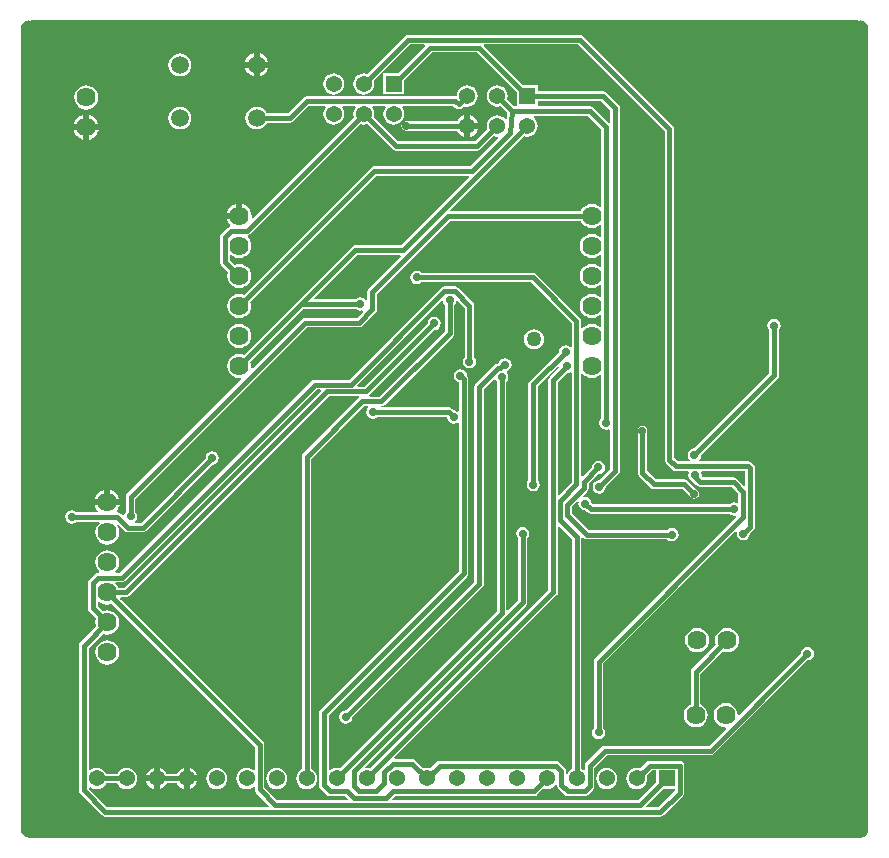
<source format=gbl>
G04*
G04 #@! TF.GenerationSoftware,Altium Limited,Altium Designer,22.0.2 (36)*
G04*
G04 Layer_Physical_Order=2*
G04 Layer_Color=16711680*
%FSLAX25Y25*%
%MOIN*%
G70*
G04*
G04 #@! TF.SameCoordinates,531B55E9-8988-4262-B8BE-2375E0DFDCCA*
G04*
G04*
G04 #@! TF.FilePolarity,Positive*
G04*
G01*
G75*
%ADD48C,0.01500*%
%ADD49C,0.06378*%
%ADD50C,0.05906*%
%ADD51R,0.05394X0.05394*%
%ADD52C,0.05394*%
%ADD53C,0.15000*%
%ADD54C,0.02800*%
%ADD55C,0.05000*%
G36*
X281561Y273473D02*
X282213Y273203D01*
X282773Y272773D01*
X283203Y272213D01*
X283473Y271561D01*
X283545Y271014D01*
X283521Y270528D01*
X283521Y270528D01*
X283535Y270053D01*
X283535Y269876D01*
Y4846D01*
X283535Y4669D01*
X283521Y4194D01*
X283521Y4194D01*
X283545Y3708D01*
X283473Y3161D01*
X283203Y2509D01*
X282773Y1949D01*
X282213Y1519D01*
X281561Y1249D01*
X281014Y1177D01*
X280528Y1201D01*
X280528Y1200D01*
X280053Y1186D01*
X279876Y1186D01*
X4846D01*
X4669Y1186D01*
X4194Y1200D01*
X4194Y1200D01*
X3708Y1177D01*
X3161Y1249D01*
X2509Y1519D01*
X1949Y1949D01*
X1519Y2509D01*
X1249Y3161D01*
X1177Y3708D01*
X1200Y4194D01*
X1200Y4194D01*
X1186Y4669D01*
X1186Y4846D01*
Y269876D01*
X1186Y270053D01*
X1200Y270528D01*
X1200Y270528D01*
X1177Y271014D01*
X1249Y271561D01*
X1519Y272213D01*
X1949Y272773D01*
X2509Y273203D01*
X3161Y273473D01*
X3708Y273545D01*
X4194Y273521D01*
X4194Y273521D01*
X4669Y273535D01*
X4846Y273535D01*
X279876D01*
X280053Y273535D01*
X280528Y273521D01*
X280528Y273521D01*
X281014Y273545D01*
X281561Y273473D01*
D02*
G37*
%LPC*%
G36*
X80656Y262602D02*
Y259747D01*
X83511D01*
X83507Y259779D01*
X83109Y260740D01*
X82475Y261566D01*
X81650Y262199D01*
X80688Y262598D01*
X80656Y262602D01*
D02*
G37*
G36*
X78656D02*
X78624Y262598D01*
X77663Y262199D01*
X76837Y261566D01*
X76203Y260740D01*
X75805Y259779D01*
X75801Y259747D01*
X78656D01*
Y262602D01*
D02*
G37*
G36*
X54066Y262532D02*
X53086Y262403D01*
X52173Y262025D01*
X51389Y261423D01*
X50788Y260639D01*
X50410Y259726D01*
X50281Y258747D01*
X50410Y257767D01*
X50788Y256854D01*
X51389Y256070D01*
X52173Y255469D01*
X53086Y255090D01*
X54066Y254962D01*
X55045Y255090D01*
X55958Y255469D01*
X56742Y256070D01*
X57344Y256854D01*
X57722Y257767D01*
X57851Y258747D01*
X57722Y259726D01*
X57344Y260639D01*
X56742Y261423D01*
X55958Y262025D01*
X55045Y262403D01*
X54066Y262532D01*
D02*
G37*
G36*
X83511Y257747D02*
X80656D01*
Y254891D01*
X80688Y254896D01*
X81650Y255294D01*
X82475Y255928D01*
X83109Y256753D01*
X83507Y257715D01*
X83511Y257747D01*
D02*
G37*
G36*
X78656D02*
X75801D01*
X75805Y257715D01*
X76203Y256753D01*
X76837Y255928D01*
X77663Y255294D01*
X78624Y254896D01*
X78656Y254891D01*
Y257747D01*
D02*
G37*
G36*
X105361Y255915D02*
X104448Y255795D01*
X103597Y255443D01*
X102867Y254883D01*
X102306Y254152D01*
X101954Y253301D01*
X101834Y252389D01*
X101954Y251476D01*
X102306Y250625D01*
X102867Y249894D01*
X103597Y249334D01*
X104448Y248982D01*
X105361Y248862D01*
X106274Y248982D01*
X107124Y249334D01*
X107855Y249894D01*
X108415Y250625D01*
X108768Y251476D01*
X108888Y252389D01*
X108768Y253301D01*
X108415Y254152D01*
X107855Y254883D01*
X107124Y255443D01*
X106274Y255795D01*
X105361Y255915D01*
D02*
G37*
G36*
X187461Y268741D02*
X130133D01*
X129528Y268621D01*
X129016Y268278D01*
X116457Y255719D01*
X116274Y255795D01*
X115361Y255915D01*
X114448Y255795D01*
X113597Y255443D01*
X112867Y254883D01*
X112306Y254152D01*
X111954Y253301D01*
X111834Y252389D01*
X111954Y251476D01*
X112306Y250625D01*
X112867Y249894D01*
X113597Y249334D01*
X114448Y248982D01*
X115361Y248862D01*
X116274Y248982D01*
X117124Y249334D01*
X117855Y249894D01*
X118415Y250625D01*
X118768Y251476D01*
X118888Y252389D01*
X118768Y253301D01*
X118692Y253485D01*
X130788Y265581D01*
X135611D01*
X135818Y265080D01*
X126623Y255885D01*
X121864D01*
Y248892D01*
X128858D01*
Y253650D01*
X138088Y262880D01*
X153134D01*
X166364Y249650D01*
Y244941D01*
X165543D01*
X163192Y247292D01*
X163268Y247476D01*
X163388Y248389D01*
X163268Y249301D01*
X162915Y250152D01*
X162355Y250883D01*
X161624Y251443D01*
X160774Y251795D01*
X159861Y251916D01*
X158948Y251795D01*
X158097Y251443D01*
X157367Y250883D01*
X156806Y250152D01*
X156454Y249301D01*
X156334Y248389D01*
X156454Y247476D01*
X156806Y246625D01*
X157367Y245895D01*
X158097Y245334D01*
X158948Y244982D01*
X159861Y244862D01*
X160774Y244982D01*
X160957Y245058D01*
X163237Y242777D01*
X163030Y240824D01*
X162512Y240678D01*
X162355Y240882D01*
X161624Y241443D01*
X160774Y241795D01*
X159861Y241915D01*
X158948Y241795D01*
X158097Y241443D01*
X157367Y240882D01*
X156806Y240152D01*
X156454Y239301D01*
X156334Y238388D01*
X156454Y237476D01*
X156530Y237293D01*
X152479Y233241D01*
X126743D01*
X118692Y241293D01*
X118768Y241476D01*
X118888Y242389D01*
X118768Y243301D01*
X118415Y244152D01*
X118087Y244581D01*
X118333Y245080D01*
X122389D01*
X122635Y244581D01*
X122306Y244152D01*
X121954Y243301D01*
X121834Y242389D01*
X121954Y241476D01*
X122306Y240625D01*
X122867Y239895D01*
X123597Y239334D01*
X124448Y238982D01*
X125361Y238861D01*
X126274Y238982D01*
X127124Y239334D01*
X127855Y239895D01*
X128415Y240625D01*
X128768Y241476D01*
X128888Y242389D01*
X128768Y243301D01*
X128415Y244152D01*
X128087Y244581D01*
X128333Y245080D01*
X145279D01*
X145916Y244443D01*
X146429Y244101D01*
X147033Y243981D01*
X147638Y244101D01*
X148151Y244443D01*
X148765Y245058D01*
X148948Y244982D01*
X149861Y244862D01*
X150774Y244982D01*
X151624Y245334D01*
X152355Y245895D01*
X152915Y246625D01*
X153268Y247476D01*
X153388Y248389D01*
X153268Y249301D01*
X152915Y250152D01*
X152355Y250883D01*
X151624Y251443D01*
X150774Y251795D01*
X149861Y251916D01*
X148948Y251795D01*
X148097Y251443D01*
X147367Y250883D01*
X146806Y250152D01*
X146454Y249301D01*
X146370Y248664D01*
X145972Y248279D01*
X145849Y248241D01*
X96361D01*
X95756Y248121D01*
X95243Y247778D01*
X90075Y242611D01*
X83063D01*
X82934Y242923D01*
X82333Y243707D01*
X81549Y244308D01*
X80636Y244686D01*
X79656Y244815D01*
X78676Y244686D01*
X77763Y244308D01*
X76980Y243707D01*
X76378Y242923D01*
X76000Y242010D01*
X75871Y241030D01*
X76000Y240050D01*
X76378Y239138D01*
X76980Y238354D01*
X77763Y237752D01*
X78676Y237374D01*
X79656Y237245D01*
X80636Y237374D01*
X81549Y237752D01*
X82333Y238354D01*
X82934Y239138D01*
X83063Y239450D01*
X90730D01*
X91335Y239570D01*
X91848Y239913D01*
X97016Y245080D01*
X102389D01*
X102635Y244581D01*
X102306Y244152D01*
X101954Y243301D01*
X101834Y242389D01*
X101954Y241476D01*
X102306Y240625D01*
X102867Y239895D01*
X103597Y239334D01*
X104448Y238982D01*
X105361Y238861D01*
X106274Y238982D01*
X107124Y239334D01*
X107855Y239895D01*
X108415Y240625D01*
X108768Y241476D01*
X108888Y242389D01*
X108768Y243301D01*
X108415Y244152D01*
X108087Y244581D01*
X108333Y245080D01*
X112389D01*
X112635Y244581D01*
X112306Y244152D01*
X111954Y243301D01*
X111834Y242389D01*
X111954Y241476D01*
X112030Y241293D01*
X78513Y207776D01*
X78040Y208010D01*
X78086Y208361D01*
X77942Y209454D01*
X77520Y210473D01*
X76849Y211349D01*
X75973Y212020D01*
X74954Y212442D01*
X74861Y212454D01*
Y208361D01*
X73861D01*
Y207361D01*
X69767D01*
X69780Y207267D01*
X70202Y206248D01*
X70873Y205373D01*
X70727Y204855D01*
X70556Y204821D01*
X70043Y204478D01*
X67943Y202378D01*
X67601Y201866D01*
X67480Y201261D01*
Y193161D01*
X67601Y192556D01*
X67943Y192043D01*
X70153Y189834D01*
X69975Y189402D01*
X69837Y188361D01*
X69975Y187320D01*
X70376Y186349D01*
X71016Y185516D01*
X71849Y184877D01*
X72820Y184475D01*
X73861Y184337D01*
X74902Y184475D01*
X75873Y184877D01*
X76706Y185516D01*
X77345Y186349D01*
X77747Y187320D01*
X77884Y188361D01*
X77747Y189402D01*
X77345Y190373D01*
X76706Y191206D01*
X75873Y191845D01*
X74902Y192247D01*
X73861Y192384D01*
X72820Y192247D01*
X72388Y192069D01*
X70641Y193816D01*
Y195241D01*
X71141Y195420D01*
X71849Y194877D01*
X72820Y194475D01*
X73861Y194337D01*
X74902Y194475D01*
X75873Y194877D01*
X76706Y195516D01*
X77345Y196349D01*
X77747Y197320D01*
X77884Y198361D01*
X77747Y199402D01*
X77345Y200373D01*
X76706Y201206D01*
X76562Y201316D01*
X76687Y201851D01*
X76938Y201901D01*
X77451Y202243D01*
X114265Y239057D01*
X114448Y238982D01*
X115361Y238861D01*
X116274Y238982D01*
X116457Y239057D01*
X124971Y230543D01*
X125484Y230201D01*
X126089Y230081D01*
X153133D01*
X153738Y230201D01*
X154251Y230543D01*
X158765Y235057D01*
X158948Y234982D01*
X159861Y234861D01*
X160043Y234886D01*
X160277Y234412D01*
X150806Y224941D01*
X118861D01*
X118256Y224821D01*
X117743Y224478D01*
X75334Y182069D01*
X74902Y182247D01*
X73861Y182384D01*
X72820Y182247D01*
X71849Y181845D01*
X71016Y181206D01*
X70376Y180373D01*
X69975Y179402D01*
X69837Y178361D01*
X69975Y177320D01*
X70376Y176349D01*
X71016Y175516D01*
X71849Y174876D01*
X72820Y174475D01*
X73861Y174337D01*
X74902Y174475D01*
X75873Y174876D01*
X76706Y175516D01*
X77345Y176349D01*
X77747Y177320D01*
X77884Y178361D01*
X77747Y179402D01*
X77569Y179834D01*
X119516Y221780D01*
X150365D01*
X150556Y221319D01*
X127785Y198548D01*
X112467D01*
X111863Y198427D01*
X111350Y198085D01*
X93443Y180178D01*
X75334Y162069D01*
X74902Y162247D01*
X73861Y162384D01*
X72820Y162247D01*
X71849Y161845D01*
X71016Y161206D01*
X70376Y160373D01*
X69975Y159402D01*
X69837Y158361D01*
X69975Y157320D01*
X70376Y156349D01*
X71016Y155516D01*
X71849Y154876D01*
X72820Y154475D01*
X73861Y154338D01*
X74361Y154403D01*
X74595Y153930D01*
X36543Y115878D01*
X36201Y115366D01*
X36081Y114761D01*
Y109851D01*
X36075Y109847D01*
X35588Y109119D01*
X35515Y108749D01*
X34972Y108584D01*
X34378Y109178D01*
X33866Y109521D01*
X33261Y109641D01*
X33033Y110141D01*
X33520Y110776D01*
X33942Y111795D01*
X33954Y111889D01*
X29861D01*
X25767D01*
X25780Y111795D01*
X26202Y110776D01*
X26689Y110141D01*
X26442Y109641D01*
X19651D01*
X19647Y109647D01*
X18919Y110133D01*
X18061Y110304D01*
X17202Y110133D01*
X16475Y109647D01*
X15989Y108919D01*
X15818Y108061D01*
X15989Y107202D01*
X16475Y106475D01*
X17202Y105989D01*
X18061Y105818D01*
X18919Y105989D01*
X19647Y106475D01*
X19651Y106481D01*
X27168D01*
X27338Y105981D01*
X27016Y105734D01*
X26377Y104900D01*
X25975Y103930D01*
X25837Y102889D01*
X25975Y101847D01*
X26377Y100877D01*
X27016Y100043D01*
X27849Y99404D01*
X28820Y99002D01*
X29861Y98865D01*
X30902Y99002D01*
X31873Y99404D01*
X32706Y100043D01*
X33345Y100877D01*
X33747Y101847D01*
X33884Y102889D01*
X33747Y103930D01*
X33345Y104900D01*
X32903Y105477D01*
X33279Y105807D01*
X35743Y103343D01*
X36256Y103001D01*
X36861Y102881D01*
X41661D01*
X42266Y103001D01*
X42778Y103343D01*
X64854Y125419D01*
X64861Y125418D01*
X65719Y125589D01*
X66447Y126075D01*
X66933Y126803D01*
X67104Y127661D01*
X66933Y128519D01*
X66447Y129247D01*
X65719Y129733D01*
X64861Y129904D01*
X64003Y129733D01*
X63275Y129247D01*
X62788Y128519D01*
X62618Y127661D01*
X62619Y127654D01*
X41006Y106041D01*
X39199D01*
X39047Y106541D01*
X39247Y106675D01*
X39733Y107403D01*
X39904Y108261D01*
X39733Y109119D01*
X39247Y109847D01*
X39241Y109851D01*
Y114106D01*
X96416Y171281D01*
X113761D01*
X114366Y171401D01*
X114878Y171743D01*
X119278Y176143D01*
X119621Y176656D01*
X119741Y177261D01*
Y182506D01*
X144016Y206781D01*
X187698D01*
X187876Y206349D01*
X188516Y205516D01*
X189349Y204876D01*
X190320Y204475D01*
X191361Y204338D01*
X192402Y204475D01*
X193373Y204876D01*
X194080Y205420D01*
X194580Y205241D01*
Y201481D01*
X194080Y201302D01*
X193373Y201845D01*
X192402Y202247D01*
X191361Y202384D01*
X190320Y202247D01*
X189349Y201845D01*
X188516Y201206D01*
X187876Y200373D01*
X187475Y199402D01*
X187338Y198361D01*
X187475Y197320D01*
X187876Y196349D01*
X188516Y195516D01*
X189349Y194877D01*
X190320Y194475D01*
X191361Y194337D01*
X192402Y194475D01*
X193373Y194877D01*
X194080Y195420D01*
X194580Y195241D01*
Y191481D01*
X194080Y191302D01*
X193373Y191845D01*
X192402Y192247D01*
X191361Y192384D01*
X190320Y192247D01*
X189349Y191845D01*
X188516Y191206D01*
X187876Y190373D01*
X187475Y189402D01*
X187338Y188361D01*
X187475Y187320D01*
X187876Y186349D01*
X188516Y185516D01*
X189349Y184877D01*
X190320Y184475D01*
X191361Y184337D01*
X192402Y184475D01*
X193373Y184877D01*
X194080Y185420D01*
X194580Y185241D01*
Y181481D01*
X194080Y181302D01*
X193373Y181845D01*
X192402Y182247D01*
X191361Y182384D01*
X190320Y182247D01*
X189349Y181845D01*
X188516Y181206D01*
X187876Y180373D01*
X187475Y179402D01*
X187338Y178361D01*
X187475Y177320D01*
X187876Y176349D01*
X188516Y175516D01*
X189349Y174876D01*
X190320Y174475D01*
X191361Y174337D01*
X192402Y174475D01*
X193373Y174876D01*
X194080Y175420D01*
X194580Y175241D01*
Y171481D01*
X194080Y171302D01*
X193373Y171845D01*
X192402Y172247D01*
X191361Y172384D01*
X190320Y172247D01*
X189349Y171845D01*
X188516Y171206D01*
X188341Y170978D01*
X187841Y171148D01*
Y173366D01*
X187721Y173971D01*
X187378Y174484D01*
X172834Y189028D01*
X172321Y189371D01*
X171716Y189491D01*
X134651D01*
X134647Y189497D01*
X133919Y189983D01*
X133061Y190154D01*
X132202Y189983D01*
X131475Y189497D01*
X130989Y188769D01*
X130818Y187911D01*
X130989Y187053D01*
X131475Y186325D01*
X132202Y185839D01*
X133061Y185668D01*
X133919Y185839D01*
X134647Y186325D01*
X134651Y186330D01*
X171062D01*
X184680Y172712D01*
Y164830D01*
X184180Y164691D01*
X183519Y165133D01*
X182661Y165304D01*
X181802Y165133D01*
X181075Y164647D01*
X180588Y163919D01*
X180418Y163061D01*
X180419Y163054D01*
X170743Y153378D01*
X170401Y152866D01*
X170281Y152261D01*
Y120451D01*
X170275Y120447D01*
X169789Y119719D01*
X169618Y118861D01*
X169789Y118002D01*
X170275Y117275D01*
X171002Y116789D01*
X171861Y116618D01*
X172719Y116789D01*
X173447Y117275D01*
X173933Y118002D01*
X174104Y118861D01*
X173933Y119719D01*
X173447Y120447D01*
X173441Y120451D01*
Y151606D01*
X179931Y158096D01*
X180463Y157921D01*
X180465Y157902D01*
X177393Y154830D01*
X177051Y154317D01*
X176930Y153712D01*
Y83693D01*
X117457Y24219D01*
X117274Y24295D01*
X116361Y24416D01*
X116041Y24373D01*
X115807Y24847D01*
X169478Y78518D01*
X169821Y79031D01*
X169941Y79636D01*
Y100871D01*
X169947Y100875D01*
X170433Y101602D01*
X170604Y102461D01*
X170433Y103319D01*
X169947Y104047D01*
X169219Y104533D01*
X168361Y104704D01*
X167502Y104533D01*
X166775Y104047D01*
X166288Y103319D01*
X166118Y102461D01*
X166288Y101602D01*
X166775Y100875D01*
X166780Y100871D01*
Y80290D01*
X163403Y76913D01*
X162941Y77104D01*
Y153071D01*
X162947Y153075D01*
X163433Y153803D01*
X163604Y154661D01*
X163433Y155519D01*
X163005Y156161D01*
X163113Y156692D01*
X163235Y156716D01*
X163963Y157202D01*
X164449Y157930D01*
X164620Y158789D01*
X164449Y159647D01*
X163963Y160375D01*
X163235Y160861D01*
X162376Y161032D01*
X161518Y160861D01*
X160790Y160375D01*
X160304Y159647D01*
X160219Y159218D01*
X160193Y159191D01*
X159985D01*
X159380Y159071D01*
X158867Y158728D01*
X152743Y152604D01*
X152401Y152092D01*
X152280Y151487D01*
Y86515D01*
X109368Y43603D01*
X109361Y43604D01*
X108502Y43433D01*
X107775Y42947D01*
X107289Y42219D01*
X107118Y41361D01*
X107289Y40503D01*
X107775Y39775D01*
X108502Y39288D01*
X109361Y39118D01*
X110219Y39288D01*
X110947Y39775D01*
X111433Y40503D01*
X111604Y41361D01*
X111603Y41368D01*
X154978Y84743D01*
X155321Y85256D01*
X155441Y85861D01*
Y150832D01*
X158768Y154159D01*
X159247Y154014D01*
X159289Y153803D01*
X159775Y153075D01*
X159781Y153071D01*
Y76543D01*
X107457Y24219D01*
X107274Y24295D01*
X106361Y24416D01*
X105448Y24295D01*
X104597Y23943D01*
X104141Y23593D01*
X103641Y23840D01*
Y42006D01*
X149778Y88143D01*
X150121Y88656D01*
X150241Y89261D01*
Y153961D01*
X150121Y154566D01*
X149801Y155045D01*
X149804Y155061D01*
X149633Y155919D01*
X149147Y156647D01*
X148419Y157133D01*
X147561Y157304D01*
X146703Y157133D01*
X145975Y156647D01*
X145489Y155919D01*
X145318Y155061D01*
X145489Y154202D01*
X145975Y153475D01*
X146703Y152989D01*
X147081Y152913D01*
Y143459D01*
X146581Y143192D01*
X146219Y143433D01*
X145361Y143604D01*
X145354Y143603D01*
X144878Y144078D01*
X144366Y144421D01*
X143761Y144541D01*
X121283D01*
X121266Y145034D01*
X121871Y145155D01*
X122384Y145497D01*
X145078Y168192D01*
X145421Y168705D01*
X145541Y169309D01*
Y178771D01*
X145547Y178775D01*
X146033Y179502D01*
X146132Y179998D01*
X146674Y180163D01*
X148980Y177856D01*
Y161425D01*
X148975Y161421D01*
X148488Y160693D01*
X148318Y159835D01*
X148488Y158976D01*
X148975Y158249D01*
X149703Y157763D01*
X150561Y157592D01*
X151419Y157763D01*
X152147Y158249D01*
X152633Y158976D01*
X152804Y159835D01*
X152633Y160693D01*
X152147Y161421D01*
X152141Y161425D01*
Y178511D01*
X152021Y179116D01*
X151678Y179628D01*
X146878Y184428D01*
X146366Y184771D01*
X145761Y184891D01*
X142261D01*
X141656Y184771D01*
X141143Y184428D01*
X110480Y153765D01*
X98985D01*
X98380Y153645D01*
X97868Y153303D01*
X34006Y89441D01*
X32699D01*
X32538Y89915D01*
X32706Y90043D01*
X33345Y90877D01*
X33747Y91847D01*
X33884Y92888D01*
X33747Y93930D01*
X33345Y94900D01*
X32706Y95733D01*
X31873Y96373D01*
X30902Y96775D01*
X29861Y96912D01*
X28820Y96775D01*
X27849Y96373D01*
X27016Y95733D01*
X26377Y94900D01*
X25975Y93930D01*
X25837Y92888D01*
X25975Y91847D01*
X26377Y90877D01*
X27016Y90043D01*
X27184Y89915D01*
X27023Y89441D01*
X26861D01*
X26256Y89321D01*
X25743Y88978D01*
X23943Y87178D01*
X23601Y86666D01*
X23481Y86061D01*
Y77688D01*
X23601Y77084D01*
X23943Y76571D01*
X26153Y74361D01*
X25975Y73930D01*
X25837Y72888D01*
X25975Y71847D01*
X26153Y71416D01*
X20943Y66206D01*
X20601Y65693D01*
X20481Y65088D01*
Y16961D01*
X20601Y16356D01*
X20943Y15843D01*
X28163Y8624D01*
X28675Y8281D01*
X29280Y8161D01*
X214242D01*
X214846Y8281D01*
X215359Y8624D01*
X221778Y15043D01*
X222121Y15556D01*
X222241Y16161D01*
Y25161D01*
X222121Y25766D01*
X221778Y26278D01*
X221266Y26621D01*
X220661Y26741D01*
X210633D01*
X210029Y26621D01*
X209516Y26278D01*
X207457Y24219D01*
X207274Y24295D01*
X206361Y24416D01*
X205448Y24295D01*
X204597Y23943D01*
X203867Y23382D01*
X203306Y22652D01*
X202954Y21801D01*
X202834Y20888D01*
X202954Y19976D01*
X203306Y19125D01*
X203867Y18395D01*
X204597Y17834D01*
X205448Y17482D01*
X206361Y17361D01*
X207274Y17482D01*
X208124Y17834D01*
X208855Y18395D01*
X209415Y19125D01*
X209768Y19976D01*
X209888Y20888D01*
X209768Y21801D01*
X209692Y21984D01*
X211288Y23581D01*
X212864D01*
Y19627D01*
X206859Y13622D01*
X125053D01*
X124862Y14084D01*
X125758Y14980D01*
X172033D01*
X172638Y15101D01*
X173151Y15443D01*
X175265Y17558D01*
X175448Y17482D01*
X176361Y17361D01*
X177274Y17482D01*
X178124Y17834D01*
X178855Y18395D01*
X179100Y18714D01*
X179634Y18589D01*
X179701Y18256D01*
X180043Y17743D01*
X182343Y15443D01*
X182856Y15101D01*
X183461Y14980D01*
X188961D01*
X189566Y15101D01*
X190078Y15443D01*
X191778Y17143D01*
X192121Y17656D01*
X192241Y18261D01*
Y24506D01*
X196316Y28580D01*
X230961D01*
X231566Y28701D01*
X232078Y29043D01*
X263254Y60219D01*
X263261Y60218D01*
X264119Y60388D01*
X264847Y60875D01*
X265333Y61602D01*
X265504Y62461D01*
X265333Y63319D01*
X264847Y64047D01*
X264119Y64533D01*
X263261Y64704D01*
X262403Y64533D01*
X261675Y64047D01*
X261189Y63319D01*
X261018Y62461D01*
X261019Y62454D01*
X240479Y41914D01*
X240004Y42146D01*
X239886Y43041D01*
X239485Y44012D01*
X238845Y44845D01*
X238012Y45485D01*
X237041Y45886D01*
X236000Y46023D01*
X234959Y45886D01*
X233988Y45485D01*
X233155Y44845D01*
X232516Y44012D01*
X232114Y43041D01*
X231977Y42000D01*
X232114Y40959D01*
X232516Y39988D01*
X233155Y39155D01*
X233988Y38516D01*
X234959Y38114D01*
X235854Y37996D01*
X236087Y37522D01*
X230306Y31741D01*
X195661D01*
X195056Y31621D01*
X194543Y31278D01*
X189543Y26278D01*
X189201Y25766D01*
X189081Y25161D01*
Y23840D01*
X188581Y23593D01*
X188124Y23943D01*
X187941Y24019D01*
Y101088D01*
X188441Y101296D01*
X188693Y101043D01*
X189206Y100701D01*
X189811Y100581D01*
X216471D01*
X216475Y100575D01*
X217202Y100089D01*
X218061Y99918D01*
X218919Y100089D01*
X219647Y100575D01*
X220133Y101303D01*
X220304Y102161D01*
X220133Y103019D01*
X219647Y103747D01*
X218919Y104233D01*
X218061Y104404D01*
X217202Y104233D01*
X216475Y103747D01*
X216471Y103741D01*
X190465D01*
X184691Y109516D01*
Y111356D01*
X186560Y113225D01*
X187021Y112979D01*
X186918Y112461D01*
X187089Y111602D01*
X187575Y110875D01*
X188303Y110389D01*
X189161Y110218D01*
X189168Y110219D01*
X189843Y109543D01*
X190356Y109201D01*
X190961Y109081D01*
X237271D01*
X237275Y109075D01*
X238002Y108589D01*
X238861Y108418D01*
X239379Y108521D01*
X239625Y108060D01*
X192543Y60978D01*
X192201Y60466D01*
X192080Y59861D01*
Y37851D01*
X192075Y37847D01*
X191588Y37119D01*
X191418Y36261D01*
X191588Y35403D01*
X192075Y34675D01*
X192803Y34189D01*
X193661Y34018D01*
X194519Y34189D01*
X195247Y34675D01*
X195733Y35403D01*
X195904Y36261D01*
X195733Y37119D01*
X195247Y37847D01*
X195241Y37851D01*
Y59206D01*
X239260Y103225D01*
X239721Y102979D01*
X239618Y102461D01*
X239789Y101602D01*
X240275Y100875D01*
X241002Y100389D01*
X241861Y100218D01*
X242719Y100389D01*
X243447Y100875D01*
X243933Y101602D01*
X244104Y102461D01*
X244103Y102468D01*
X245278Y103643D01*
X245621Y104156D01*
X245741Y104761D01*
Y124361D01*
X245621Y124966D01*
X245278Y125478D01*
X244678Y126078D01*
X244166Y126421D01*
X243561Y126541D01*
X227249D01*
X227097Y127041D01*
X227147Y127075D01*
X227633Y127803D01*
X227804Y128661D01*
X227803Y128668D01*
X253278Y154143D01*
X253621Y154656D01*
X253741Y155261D01*
Y170263D01*
X253747Y170267D01*
X254233Y170995D01*
X254404Y171853D01*
X254233Y172712D01*
X253747Y173439D01*
X253019Y173926D01*
X252161Y174096D01*
X251303Y173926D01*
X250575Y173439D01*
X250089Y172712D01*
X249918Y171853D01*
X250089Y170995D01*
X250575Y170267D01*
X250581Y170263D01*
Y155915D01*
X225568Y130903D01*
X225561Y130904D01*
X224703Y130733D01*
X223975Y130247D01*
X223488Y129519D01*
X223318Y128661D01*
X223488Y127803D01*
X223975Y127075D01*
X224025Y127041D01*
X223873Y126541D01*
X220115D01*
X218841Y127815D01*
Y237361D01*
X218721Y237966D01*
X218378Y238478D01*
X188578Y268278D01*
X188066Y268621D01*
X187461Y268741D01*
D02*
G37*
G36*
X22861Y251912D02*
X21820Y251775D01*
X20849Y251373D01*
X20016Y250733D01*
X19376Y249900D01*
X18975Y248930D01*
X18837Y247888D01*
X18975Y246847D01*
X19376Y245877D01*
X20016Y245043D01*
X20849Y244404D01*
X21820Y244002D01*
X22861Y243865D01*
X23902Y244002D01*
X24873Y244404D01*
X25706Y245043D01*
X26345Y245877D01*
X26747Y246847D01*
X26884Y247888D01*
X26747Y248930D01*
X26345Y249900D01*
X25706Y250733D01*
X24873Y251373D01*
X23902Y251775D01*
X22861Y251912D01*
D02*
G37*
G36*
X150861Y241976D02*
Y239388D01*
X153448D01*
X153090Y240253D01*
X152497Y241025D01*
X151725Y241618D01*
X150861Y241976D01*
D02*
G37*
G36*
X23861Y241982D02*
Y238889D01*
X26954D01*
X26942Y238982D01*
X26520Y240001D01*
X25848Y240876D01*
X24973Y241548D01*
X23954Y241970D01*
X23861Y241982D01*
D02*
G37*
G36*
X21861D02*
X21767Y241970D01*
X20748Y241548D01*
X19873Y240876D01*
X19202Y240001D01*
X18780Y238982D01*
X18767Y238889D01*
X21861D01*
Y241982D01*
D02*
G37*
G36*
X54066Y244815D02*
X53086Y244686D01*
X52173Y244308D01*
X51389Y243707D01*
X50788Y242923D01*
X50410Y242010D01*
X50281Y241030D01*
X50410Y240050D01*
X50788Y239138D01*
X51389Y238354D01*
X52173Y237752D01*
X53086Y237374D01*
X54066Y237245D01*
X55045Y237374D01*
X55958Y237752D01*
X56742Y238354D01*
X57344Y239138D01*
X57722Y240050D01*
X57851Y241030D01*
X57722Y242010D01*
X57344Y242923D01*
X56742Y243707D01*
X55958Y244308D01*
X55045Y244686D01*
X54066Y244815D01*
D02*
G37*
G36*
X153448Y237388D02*
X150861D01*
Y234801D01*
X151725Y235159D01*
X152497Y235752D01*
X153090Y236524D01*
X153448Y237388D01*
D02*
G37*
G36*
X148861Y241976D02*
X147996Y241618D01*
X147224Y241025D01*
X146632Y240253D01*
X146514Y239969D01*
X129461D01*
X128856Y239849D01*
X128343Y239506D01*
X128001Y238993D01*
X127881Y238388D01*
X128001Y237784D01*
X128343Y237271D01*
X128856Y236928D01*
X129461Y236808D01*
X146514D01*
X146632Y236524D01*
X147224Y235752D01*
X147996Y235159D01*
X148861Y234801D01*
Y238388D01*
Y241976D01*
D02*
G37*
G36*
X26954Y236889D02*
X23861D01*
Y233795D01*
X23954Y233807D01*
X24973Y234229D01*
X25848Y234901D01*
X26520Y235776D01*
X26942Y236795D01*
X26954Y236889D01*
D02*
G37*
G36*
X21861D02*
X18767D01*
X18780Y236795D01*
X19202Y235776D01*
X19873Y234901D01*
X20748Y234229D01*
X21767Y233807D01*
X21861Y233795D01*
Y236889D01*
D02*
G37*
G36*
X72861Y212454D02*
X72767Y212442D01*
X71748Y212020D01*
X70873Y211349D01*
X70202Y210473D01*
X69780Y209454D01*
X69767Y209361D01*
X72861D01*
Y212454D01*
D02*
G37*
G36*
X73861Y172384D02*
X72820Y172247D01*
X71849Y171845D01*
X71016Y171206D01*
X70376Y170373D01*
X69975Y169402D01*
X69837Y168361D01*
X69975Y167320D01*
X70376Y166349D01*
X71016Y165516D01*
X71849Y164876D01*
X72820Y164475D01*
X73861Y164338D01*
X74902Y164475D01*
X75873Y164876D01*
X76706Y165516D01*
X77345Y166349D01*
X77747Y167320D01*
X77884Y168361D01*
X77747Y169402D01*
X77345Y170373D01*
X76706Y171206D01*
X75873Y171845D01*
X74902Y172247D01*
X73861Y172384D01*
D02*
G37*
G36*
X172106Y170534D02*
X171244Y170421D01*
X170441Y170088D01*
X169752Y169559D01*
X169223Y168870D01*
X168890Y168067D01*
X168777Y167206D01*
X168890Y166344D01*
X169223Y165541D01*
X169752Y164852D01*
X170441Y164323D01*
X171244Y163990D01*
X172106Y163877D01*
X172967Y163990D01*
X173770Y164323D01*
X174459Y164852D01*
X174988Y165541D01*
X175321Y166344D01*
X175434Y167206D01*
X175321Y168067D01*
X174988Y168870D01*
X174459Y169559D01*
X173770Y170088D01*
X172967Y170421D01*
X172106Y170534D01*
D02*
G37*
G36*
X30861Y116982D02*
Y113889D01*
X33954D01*
X33942Y113982D01*
X33520Y115001D01*
X32849Y115876D01*
X31973Y116548D01*
X30954Y116970D01*
X30861Y116982D01*
D02*
G37*
G36*
X28861D02*
X28767Y116970D01*
X27748Y116548D01*
X26873Y115876D01*
X26202Y115001D01*
X25780Y113982D01*
X25767Y113889D01*
X28861D01*
Y116982D01*
D02*
G37*
G36*
X236500Y71023D02*
X235459Y70886D01*
X234488Y70485D01*
X233655Y69845D01*
X233016Y69012D01*
X232614Y68041D01*
X232477Y67000D01*
X232614Y65959D01*
X232792Y65527D01*
X224883Y57618D01*
X224540Y57105D01*
X224420Y56500D01*
Y45663D01*
X223988Y45485D01*
X223155Y44845D01*
X222516Y44012D01*
X222114Y43041D01*
X221977Y42000D01*
X222114Y40959D01*
X222516Y39988D01*
X223155Y39155D01*
X223988Y38516D01*
X224959Y38114D01*
X226000Y37977D01*
X227041Y38114D01*
X228012Y38516D01*
X228845Y39155D01*
X229485Y39988D01*
X229886Y40959D01*
X230024Y42000D01*
X229886Y43041D01*
X229485Y44012D01*
X228845Y44845D01*
X228012Y45485D01*
X227580Y45663D01*
Y55845D01*
X235027Y63292D01*
X235459Y63114D01*
X236500Y62977D01*
X237541Y63114D01*
X238512Y63516D01*
X239345Y64155D01*
X239984Y64988D01*
X240386Y65959D01*
X240524Y67000D01*
X240386Y68041D01*
X239984Y69012D01*
X239345Y69845D01*
X238512Y70485D01*
X237541Y70886D01*
X236500Y71023D01*
D02*
G37*
G36*
X226500D02*
X225459Y70886D01*
X224488Y70485D01*
X223655Y69845D01*
X223016Y69012D01*
X222614Y68041D01*
X222477Y67000D01*
X222614Y65959D01*
X223016Y64988D01*
X223655Y64155D01*
X224488Y63516D01*
X225459Y63114D01*
X226500Y62977D01*
X227541Y63114D01*
X228512Y63516D01*
X229345Y64155D01*
X229984Y64988D01*
X230386Y65959D01*
X230523Y67000D01*
X230386Y68041D01*
X229984Y69012D01*
X229345Y69845D01*
X228512Y70485D01*
X227541Y70886D01*
X226500Y71023D01*
D02*
G37*
G36*
X196361Y24416D02*
X195448Y24295D01*
X194597Y23943D01*
X193867Y23382D01*
X193306Y22652D01*
X192954Y21801D01*
X192834Y20888D01*
X192954Y19976D01*
X193306Y19125D01*
X193867Y18395D01*
X194597Y17834D01*
X195448Y17482D01*
X196361Y17361D01*
X197274Y17482D01*
X198124Y17834D01*
X198855Y18395D01*
X199415Y19125D01*
X199768Y19976D01*
X199888Y20888D01*
X199768Y21801D01*
X199415Y22652D01*
X198855Y23382D01*
X198124Y23943D01*
X197274Y24295D01*
X196361Y24416D01*
D02*
G37*
%LPD*%
G36*
X197581Y243806D02*
Y239583D01*
X197081Y239376D01*
X191978Y244478D01*
X191466Y244821D01*
X190861Y244941D01*
X173358D01*
Y246808D01*
X194579D01*
X197581Y243806D01*
D02*
G37*
G36*
X194580Y237406D02*
Y211481D01*
X194080Y211302D01*
X193373Y211845D01*
X192402Y212247D01*
X191361Y212384D01*
X190320Y212247D01*
X189349Y211845D01*
X188516Y211206D01*
X187876Y210373D01*
X187698Y209941D01*
X144302D01*
X144111Y210403D01*
X168765Y235057D01*
X168948Y234982D01*
X169861Y234861D01*
X170774Y234982D01*
X171624Y235334D01*
X172355Y235894D01*
X172915Y236625D01*
X173268Y237476D01*
X173388Y238388D01*
X173268Y239301D01*
X172915Y240152D01*
X172355Y240882D01*
X171836Y241281D01*
X172006Y241780D01*
X190206D01*
X194580Y237406D01*
D02*
G37*
G36*
X127690Y194925D02*
X117043Y184278D01*
X116701Y183766D01*
X116580Y183161D01*
Y180449D01*
X116080Y180298D01*
X115847Y180647D01*
X115119Y181133D01*
X114261Y181304D01*
X113402Y181133D01*
X112675Y180647D01*
X112671Y180641D01*
X99029D01*
X98838Y181103D01*
X113122Y195387D01*
X127499D01*
X127690Y194925D01*
D02*
G37*
G36*
X141807Y179914D02*
X141888Y179502D01*
X142375Y178775D01*
X142380Y178771D01*
Y169964D01*
X120612Y148195D01*
X117346D01*
X117194Y148695D01*
X117303Y148768D01*
X138854Y170319D01*
X138861Y170318D01*
X139719Y170489D01*
X140447Y170975D01*
X140933Y171703D01*
X141104Y172561D01*
X140933Y173419D01*
X140447Y174147D01*
X139719Y174633D01*
X138861Y174804D01*
X138003Y174633D01*
X137275Y174147D01*
X136788Y173419D01*
X136618Y172561D01*
X136619Y172554D01*
X115531Y151465D01*
X113304D01*
X113112Y151927D01*
X141264Y180079D01*
X141807Y179914D01*
D02*
G37*
G36*
X112675Y177475D02*
X113402Y176989D01*
X114261Y176818D01*
X114903Y176946D01*
X115150Y176485D01*
X113106Y174441D01*
X95761D01*
X95156Y174321D01*
X94643Y173978D01*
X78292Y157627D01*
X77818Y157861D01*
X77884Y158361D01*
X77747Y159402D01*
X77569Y159834D01*
X95215Y177480D01*
X112671D01*
X112675Y177475D01*
D02*
G37*
G36*
X184680Y156097D02*
Y119582D01*
X180553Y115455D01*
X180091Y115647D01*
Y153058D01*
X183054Y156021D01*
X183061Y156019D01*
X183919Y156190D01*
X184180Y156365D01*
X184680Y156097D01*
D02*
G37*
G36*
X215681Y236706D02*
Y127161D01*
X215801Y126556D01*
X216143Y126043D01*
X218343Y123843D01*
X218856Y123501D01*
X219461Y123380D01*
X223533D01*
X223769Y122940D01*
X223689Y122819D01*
X223518Y121961D01*
X223689Y121102D01*
X224175Y120375D01*
X224890Y119897D01*
X226243Y118543D01*
X226756Y118201D01*
X227361Y118080D01*
X238006D01*
X240281Y115806D01*
Y112889D01*
X239840Y112653D01*
X239719Y112733D01*
X238861Y112904D01*
X238002Y112733D01*
X237275Y112247D01*
X237271Y112241D01*
X191816D01*
X191404Y112461D01*
X191233Y113319D01*
X190747Y114047D01*
X190019Y114533D01*
X189161Y114704D01*
X188643Y114601D01*
X188397Y115062D01*
X189854Y116519D01*
X190197Y117032D01*
X190317Y117637D01*
Y119106D01*
X193554Y122343D01*
X193561Y122342D01*
X194419Y122513D01*
X195147Y122999D01*
X195633Y123727D01*
X195804Y124585D01*
X195633Y125443D01*
X195147Y126171D01*
X194419Y126657D01*
X193561Y126828D01*
X192702Y126657D01*
X191975Y126171D01*
X191489Y125443D01*
X191318Y124585D01*
X191319Y124578D01*
X188303Y121562D01*
X187841Y121754D01*
Y155574D01*
X188341Y155744D01*
X188516Y155516D01*
X189349Y154876D01*
X190320Y154475D01*
X191361Y154338D01*
X192402Y154475D01*
X193373Y154876D01*
X194080Y155420D01*
X194580Y155241D01*
Y140955D01*
X194575Y140951D01*
X194088Y140223D01*
X193918Y139365D01*
X194088Y138506D01*
X194575Y137779D01*
X195302Y137293D01*
X196161Y137122D01*
X197019Y137293D01*
X197140Y137373D01*
X197581Y137137D01*
Y124015D01*
X193868Y120303D01*
X193861Y120304D01*
X193002Y120133D01*
X192275Y119647D01*
X191788Y118919D01*
X191618Y118061D01*
X191788Y117202D01*
X192275Y116475D01*
X193002Y115989D01*
X193861Y115818D01*
X194719Y115989D01*
X195447Y116475D01*
X195933Y117202D01*
X196104Y118061D01*
X196103Y118068D01*
X200278Y122243D01*
X200621Y122756D01*
X200741Y123361D01*
Y244461D01*
X200621Y245066D01*
X200278Y245578D01*
X196351Y249506D01*
X195838Y249849D01*
X195233Y249969D01*
X173358D01*
Y251885D01*
X168599D01*
X155404Y265080D01*
X155611Y265581D01*
X186806D01*
X215681Y236706D01*
D02*
G37*
G36*
X242581Y118630D02*
X242119Y118438D01*
X239778Y120778D01*
X239266Y121121D01*
X238661Y121241D01*
X228356D01*
X227955Y121716D01*
X228004Y121961D01*
X227833Y122819D01*
X227753Y122940D01*
X227989Y123380D01*
X242581D01*
Y118630D01*
D02*
G37*
G36*
X100998Y150143D02*
X35324Y84469D01*
X33524D01*
X33345Y84900D01*
X32706Y85733D01*
X32610Y85807D01*
X32771Y86281D01*
X34661D01*
X35266Y86401D01*
X35778Y86743D01*
X99640Y150605D01*
X100806D01*
X100998Y150143D01*
D02*
G37*
G36*
X27849Y79404D02*
X28820Y79002D01*
X29861Y78865D01*
X30902Y79002D01*
X31334Y79181D01*
X79080Y31434D01*
Y23840D01*
X78580Y23593D01*
X78124Y23943D01*
X77274Y24295D01*
X76361Y24416D01*
X75448Y24295D01*
X74597Y23943D01*
X73867Y23382D01*
X73306Y22652D01*
X72954Y21801D01*
X72834Y20888D01*
X72954Y19976D01*
X73306Y19125D01*
X73867Y18395D01*
X74597Y17834D01*
X75448Y17482D01*
X76361Y17361D01*
X77274Y17482D01*
X78124Y17834D01*
X78580Y18184D01*
X79080Y17937D01*
Y17261D01*
X79201Y16656D01*
X79543Y16143D01*
X83903Y11784D01*
X83712Y11322D01*
X29935D01*
X23774Y17483D01*
X23814Y17828D01*
X24313Y18053D01*
X24597Y17834D01*
X25448Y17482D01*
X26361Y17361D01*
X27274Y17482D01*
X28124Y17834D01*
X28855Y18395D01*
X29415Y19125D01*
X29491Y19308D01*
X33231D01*
X33306Y19125D01*
X33867Y18395D01*
X34597Y17834D01*
X35448Y17482D01*
X36361Y17361D01*
X37274Y17482D01*
X38124Y17834D01*
X38855Y18395D01*
X39415Y19125D01*
X39768Y19976D01*
X39888Y20888D01*
X39768Y21801D01*
X39415Y22652D01*
X38855Y23382D01*
X38124Y23943D01*
X37274Y24295D01*
X36361Y24416D01*
X35448Y24295D01*
X34597Y23943D01*
X33867Y23382D01*
X33306Y22652D01*
X33231Y22469D01*
X29491D01*
X29415Y22652D01*
X28855Y23382D01*
X28124Y23943D01*
X27274Y24295D01*
X26361Y24416D01*
X25448Y24295D01*
X24597Y23943D01*
X24141Y23593D01*
X23641Y23840D01*
Y64434D01*
X28388Y69181D01*
X28820Y69002D01*
X29861Y68865D01*
X30902Y69002D01*
X31873Y69404D01*
X32706Y70043D01*
X33345Y70877D01*
X33747Y71847D01*
X33884Y72888D01*
X33747Y73930D01*
X33345Y74900D01*
X32706Y75734D01*
X31873Y76373D01*
X30902Y76775D01*
X29861Y76912D01*
X28820Y76775D01*
X28388Y76596D01*
X26641Y78343D01*
Y79769D01*
X27141Y79947D01*
X27849Y79404D01*
D02*
G37*
G36*
X184781Y100806D02*
Y24019D01*
X184597Y23943D01*
X183867Y23382D01*
X183306Y22652D01*
X183241Y22495D01*
X182741Y22594D01*
Y23361D01*
X182621Y23966D01*
X182278Y24478D01*
X180478Y26278D01*
X179966Y26621D01*
X179361Y26741D01*
X140633D01*
X140029Y26621D01*
X139516Y26278D01*
X137457Y24219D01*
X137274Y24295D01*
X136361Y24416D01*
X135448Y24295D01*
X135265Y24219D01*
X132506Y26978D01*
X131993Y27321D01*
X131388Y27441D01*
X125802D01*
X125611Y27903D01*
X179628Y81921D01*
X179971Y82434D01*
X180091Y83039D01*
Y104842D01*
X180553Y105034D01*
X184781Y100806D01*
D02*
G37*
G36*
X113854Y147805D02*
X113745Y147732D01*
X95243Y129230D01*
X94901Y128718D01*
X94780Y128113D01*
Y24019D01*
X94597Y23943D01*
X93867Y23382D01*
X93306Y22652D01*
X92954Y21801D01*
X92834Y20888D01*
X92954Y19976D01*
X93306Y19125D01*
X93867Y18395D01*
X94597Y17834D01*
X95448Y17482D01*
X96361Y17361D01*
X97274Y17482D01*
X98124Y17834D01*
X98855Y18395D01*
X99415Y19125D01*
X99768Y19976D01*
X99888Y20888D01*
X99768Y21801D01*
X99415Y22652D01*
X98855Y23382D01*
X98124Y23943D01*
X97941Y24019D01*
Y127458D01*
X115517Y145034D01*
X116704D01*
X116851Y144614D01*
X116866Y144534D01*
X116388Y143819D01*
X116218Y142961D01*
X116388Y142103D01*
X116875Y141375D01*
X117603Y140889D01*
X118461Y140718D01*
X119319Y140889D01*
X120047Y141375D01*
X120051Y141381D01*
X142643D01*
X143118Y141361D01*
X143289Y140503D01*
X143775Y139775D01*
X144502Y139289D01*
X145361Y139118D01*
X146219Y139289D01*
X146581Y139530D01*
X147081Y139263D01*
Y89916D01*
X100943Y43778D01*
X100601Y43266D01*
X100480Y42661D01*
Y18661D01*
X100601Y18056D01*
X100943Y17543D01*
X103043Y15443D01*
X103556Y15101D01*
X104161Y14980D01*
X109159D01*
X110056Y14084D01*
X109865Y13622D01*
X86535D01*
X82241Y17916D01*
Y32089D01*
X82121Y32693D01*
X81778Y33206D01*
X34138Y80846D01*
X34330Y81308D01*
X35978D01*
X36583Y81428D01*
X37096Y81771D01*
X103630Y148305D01*
X113702D01*
X113854Y147805D01*
D02*
G37*
G36*
X219080Y16815D02*
X213587Y11322D01*
X209682D01*
X209491Y11784D01*
X215099Y17392D01*
X219080D01*
Y16815D01*
D02*
G37*
%LPC*%
G36*
X208261Y138341D02*
X207656Y138221D01*
X207143Y137878D01*
X206801Y137366D01*
X206680Y136761D01*
Y122861D01*
X206801Y122256D01*
X207143Y121743D01*
X211043Y117843D01*
X211556Y117501D01*
X212161Y117380D01*
X221606D01*
X224443Y114543D01*
X224956Y114201D01*
X225561Y114081D01*
X226166Y114201D01*
X226678Y114543D01*
X227021Y115056D01*
X227141Y115661D01*
X227021Y116266D01*
X226678Y116778D01*
X223378Y120078D01*
X222866Y120421D01*
X222261Y120541D01*
X212815D01*
X209841Y123515D01*
Y136761D01*
X209721Y137366D01*
X209378Y137878D01*
X208866Y138221D01*
X208261Y138341D01*
D02*
G37*
G36*
X29861Y66912D02*
X28820Y66775D01*
X27849Y66373D01*
X27016Y65733D01*
X26377Y64900D01*
X25975Y63930D01*
X25837Y62888D01*
X25975Y61847D01*
X26377Y60877D01*
X27016Y60044D01*
X27849Y59404D01*
X28820Y59002D01*
X29861Y58865D01*
X30902Y59002D01*
X31873Y59404D01*
X32706Y60044D01*
X33345Y60877D01*
X33747Y61847D01*
X33884Y62888D01*
X33747Y63930D01*
X33345Y64900D01*
X32706Y65733D01*
X31873Y66373D01*
X30902Y66775D01*
X29861Y66912D01*
D02*
G37*
G36*
X57361Y24476D02*
Y21889D01*
X59948D01*
X59590Y22753D01*
X58997Y23525D01*
X58225Y24118D01*
X57361Y24476D01*
D02*
G37*
G36*
X45361D02*
X44497Y24118D01*
X43724Y23525D01*
X43132Y22753D01*
X42774Y21889D01*
X45361D01*
Y24476D01*
D02*
G37*
G36*
X66361Y24416D02*
X65448Y24295D01*
X64597Y23943D01*
X63867Y23382D01*
X63306Y22652D01*
X62954Y21801D01*
X62834Y20888D01*
X62954Y19976D01*
X63306Y19125D01*
X63867Y18395D01*
X64597Y17834D01*
X65448Y17482D01*
X66361Y17361D01*
X67274Y17482D01*
X68124Y17834D01*
X68855Y18395D01*
X69415Y19125D01*
X69768Y19976D01*
X69888Y20888D01*
X69768Y21801D01*
X69415Y22652D01*
X68855Y23382D01*
X68124Y23943D01*
X67274Y24295D01*
X66361Y24416D01*
D02*
G37*
G36*
X59948Y19888D02*
X57361D01*
Y17301D01*
X58225Y17659D01*
X58997Y18252D01*
X59590Y19024D01*
X59948Y19888D01*
D02*
G37*
G36*
X47361Y24476D02*
Y20888D01*
Y17301D01*
X48225Y17659D01*
X48998Y18252D01*
X49590Y19024D01*
X49708Y19308D01*
X53014D01*
X53132Y19024D01*
X53724Y18252D01*
X54497Y17659D01*
X55361Y17301D01*
Y20888D01*
Y24476D01*
X54497Y24118D01*
X53724Y23525D01*
X53132Y22753D01*
X53014Y22469D01*
X49708D01*
X49590Y22753D01*
X48998Y23525D01*
X48225Y24118D01*
X47361Y24476D01*
D02*
G37*
G36*
X45361Y19888D02*
X42774D01*
X43132Y19024D01*
X43724Y18252D01*
X44497Y17659D01*
X45361Y17301D01*
Y19888D01*
D02*
G37*
G36*
X86361Y24416D02*
X85448Y24295D01*
X84597Y23943D01*
X83867Y23382D01*
X83306Y22652D01*
X82954Y21801D01*
X82834Y20888D01*
X82954Y19976D01*
X83306Y19125D01*
X83867Y18395D01*
X84597Y17834D01*
X85448Y17482D01*
X86361Y17361D01*
X87274Y17482D01*
X88124Y17834D01*
X88855Y18395D01*
X89415Y19125D01*
X89768Y19976D01*
X89888Y20888D01*
X89768Y21801D01*
X89415Y22652D01*
X88855Y23382D01*
X88124Y23943D01*
X87274Y24295D01*
X86361Y24416D01*
D02*
G37*
%LPD*%
D48*
X153861Y151487D02*
X159985Y157611D01*
X160847D02*
X162025Y158789D01*
X162376D01*
X159985Y157611D02*
X160847D01*
X94561Y179061D02*
X112467Y196967D01*
X73861Y158361D02*
X94561Y179061D01*
X37661Y108261D02*
Y114761D01*
X95761Y172861D01*
X113761D01*
X118161Y177261D01*
Y183161D01*
X143361Y208361D01*
X191361D01*
X106361Y20888D02*
X161361Y75889D01*
Y154661D01*
X96361Y20888D02*
Y128113D01*
X114863Y146615D01*
X121266D01*
X143961Y169309D01*
Y180361D01*
X153861Y85861D02*
Y151487D01*
X109361Y41361D02*
X153861Y85861D01*
X225561Y128661D02*
X252161Y155261D01*
Y171853D01*
X193861Y118061D02*
X199161Y123361D01*
Y244461D01*
X195233Y248389D02*
X199161Y244461D01*
X169861Y248389D02*
X195233D01*
X189161Y112461D02*
X190961Y110661D01*
X238861D01*
X241861Y102461D02*
X244161Y104761D01*
Y124361D01*
X243561Y124961D02*
X244161Y124361D01*
X219461Y124961D02*
X243561D01*
X217261Y127161D02*
X219461Y124961D01*
X217261Y127161D02*
Y237361D01*
X187461Y267161D02*
X217261Y237361D01*
X130133Y267161D02*
X187461D01*
X115361Y252389D02*
X130133Y267161D01*
X171861Y152261D02*
X182661Y163061D01*
X171861Y118861D02*
Y152261D01*
X159861Y248389D02*
X164889Y243361D01*
X164108Y236008D02*
X164889Y243361D01*
X151461Y223361D02*
X164108Y236008D01*
X118861Y223361D02*
X151461D01*
X73861Y178361D02*
X118861Y223361D01*
X196161Y139365D02*
Y238061D01*
X190861Y243361D02*
X196161Y238061D01*
X164889Y243361D02*
X190861D01*
X189811Y102161D02*
X218061D01*
X183111Y108861D02*
X189811Y102161D01*
X183111Y108861D02*
Y112011D01*
X188737Y117637D01*
Y119761D01*
X193561Y124585D01*
X29861Y82889D02*
X80661Y32089D01*
Y17261D02*
Y32089D01*
Y17261D02*
X85880Y12042D01*
X207514D01*
X216361Y20888D01*
X116185Y149885D02*
X138861Y172561D01*
X102975Y149885D02*
X116185D01*
X35978Y82889D02*
X102975Y149885D01*
X29861Y82889D02*
X35978D01*
X206361Y20888D02*
X210633Y25161D01*
X220661D01*
Y16161D02*
Y25161D01*
X214242Y9742D02*
X220661Y16161D01*
X29280Y9742D02*
X214242D01*
X22061Y16961D02*
X29280Y9742D01*
X22061Y16961D02*
Y65088D01*
X29861Y72888D01*
X186361Y20888D02*
Y101461D01*
X180811Y107011D02*
X186361Y101461D01*
X180811Y107011D02*
Y113478D01*
X186261Y118928D01*
Y173366D01*
X171716Y187911D02*
X186261Y173366D01*
X133061Y187911D02*
X171716D01*
X172033Y16561D02*
X176361Y20888D01*
X125104Y16561D02*
X172033D01*
X122884Y14342D02*
X125104Y16561D01*
X112033Y14342D02*
X122884D01*
X109814Y16561D02*
X112033Y14342D01*
X104161Y16561D02*
X109814D01*
X102061Y18661D02*
X104161Y16561D01*
X102061Y18661D02*
Y42661D01*
X148661Y89261D01*
Y153961D01*
X147561Y155061D02*
X148661Y153961D01*
X131388Y25861D02*
X136361Y20888D01*
X124961Y25861D02*
X131388D01*
X122114Y23014D02*
X124961Y25861D01*
X122114Y19461D02*
Y23014D01*
X119295Y16642D02*
X122114Y19461D01*
X113761Y16642D02*
X119295D01*
X112114Y18289D02*
X113761Y16642D01*
X112114Y18289D02*
Y23389D01*
X168361Y79636D01*
Y102461D01*
X208261Y122861D02*
Y136761D01*
Y122861D02*
X212161Y118961D01*
X222261D01*
X225561Y115661D01*
X116361Y20888D02*
X178511Y83039D01*
Y153712D01*
X183061Y158263D01*
X225761Y121261D02*
Y121961D01*
Y121261D02*
X227361Y119661D01*
X238661D01*
X241861Y116461D01*
Y108061D02*
Y116461D01*
X193661Y59861D02*
X241861Y108061D01*
X193661Y36261D02*
Y59861D01*
X25061Y77688D02*
X29861Y72888D01*
X25061Y77688D02*
Y86061D01*
X26861Y87861D01*
X34661D01*
X98985Y152185D01*
X111135D01*
X142261Y183311D01*
X145761D01*
X150561Y178511D01*
Y159835D02*
Y178511D01*
X115361Y242389D02*
X126089Y231661D01*
X153133D01*
X159861Y238388D01*
X112467Y196967D02*
X128440D01*
X169861Y238388D01*
X69061Y193161D02*
X73861Y188361D01*
X69061Y193161D02*
Y201261D01*
X71161Y203361D01*
X76333D01*
X115361Y242389D01*
X79656Y241030D02*
X90730D01*
X96361Y246661D01*
X145933D01*
X147033Y245561D01*
X149861Y248389D01*
X18061Y108061D02*
X33261D01*
X36861Y104461D01*
X41661D01*
X64861Y127661D01*
X94561Y179061D02*
X114261D01*
X129461Y238388D02*
X149861D01*
X136361Y20888D02*
X140633Y25161D01*
X179361D01*
X181161Y23361D01*
Y18861D02*
Y23361D01*
Y18861D02*
X183461Y16561D01*
X188961D01*
X190661Y18261D01*
Y25161D01*
X195661Y30161D01*
X230961D01*
X263261Y62461D01*
X118461Y142961D02*
X143761D01*
X145361Y141361D01*
X226000Y56500D02*
X236500Y67000D01*
X226000Y42000D02*
Y56500D01*
X125361Y252389D02*
X137433Y264461D01*
X153788D01*
X169861Y248389D01*
X46361Y20888D02*
X56361D01*
X26361D02*
X36361D01*
D49*
X22861Y237889D02*
D03*
Y247888D02*
D03*
X226500Y67000D02*
D03*
X236500D02*
D03*
X226000Y42000D02*
D03*
X236000D02*
D03*
X73861Y158361D02*
D03*
Y168361D02*
D03*
Y178361D02*
D03*
Y188361D02*
D03*
Y198361D02*
D03*
Y208361D02*
D03*
X191361Y158361D02*
D03*
Y168361D02*
D03*
Y178361D02*
D03*
Y188361D02*
D03*
Y198361D02*
D03*
Y208361D02*
D03*
X29861Y62888D02*
D03*
Y72888D02*
D03*
Y82889D02*
D03*
Y92888D02*
D03*
Y102889D02*
D03*
Y112889D02*
D03*
D50*
X54066Y241030D02*
D03*
Y258747D02*
D03*
X79656D02*
D03*
Y241030D02*
D03*
D51*
X125361Y252389D02*
D03*
X216361Y20888D02*
D03*
X169861Y248389D02*
D03*
D52*
X125361Y242389D02*
D03*
X115361Y252389D02*
D03*
Y242389D02*
D03*
X105361Y252389D02*
D03*
Y242389D02*
D03*
X206361Y20888D02*
D03*
X196361D02*
D03*
X186361D02*
D03*
X176361D02*
D03*
X166361D02*
D03*
X156361D02*
D03*
X146361D02*
D03*
X136361D02*
D03*
X126361D02*
D03*
X116361D02*
D03*
X106361D02*
D03*
X96361D02*
D03*
X86361D02*
D03*
X76361D02*
D03*
X66361D02*
D03*
X56361D02*
D03*
X46361D02*
D03*
X36361D02*
D03*
X26361D02*
D03*
X169861Y238388D02*
D03*
X159861Y248389D02*
D03*
Y238388D02*
D03*
X149861Y248389D02*
D03*
Y238388D02*
D03*
D53*
X9500Y10500D02*
D03*
X273000D02*
D03*
Y265000D02*
D03*
X9500D02*
D03*
D54*
X162376Y158789D02*
D03*
X37661Y108261D02*
D03*
X161361Y154661D02*
D03*
X143961Y180361D02*
D03*
X109361Y41361D02*
D03*
X225561Y128661D02*
D03*
X252161Y171853D02*
D03*
X193861Y118061D02*
D03*
X189161Y112461D02*
D03*
X238861Y110661D02*
D03*
X241861Y102461D02*
D03*
X182661Y163061D02*
D03*
X171861Y118861D02*
D03*
X196161Y139365D02*
D03*
X218061Y102161D02*
D03*
X193561Y124585D02*
D03*
X138861Y172561D02*
D03*
X133061Y187911D02*
D03*
X147561Y155061D02*
D03*
X168361Y102461D02*
D03*
X208261Y136761D02*
D03*
X225561Y115661D02*
D03*
X183061Y158263D02*
D03*
X225761Y121961D02*
D03*
X193661Y36261D02*
D03*
X150561Y159835D02*
D03*
X18061Y108061D02*
D03*
X64861Y127661D02*
D03*
X114261Y179061D02*
D03*
X129461Y238388D02*
D03*
X263261Y62461D02*
D03*
X118461Y142961D02*
D03*
X145361Y141361D02*
D03*
D55*
X172106Y167206D02*
D03*
M02*

</source>
